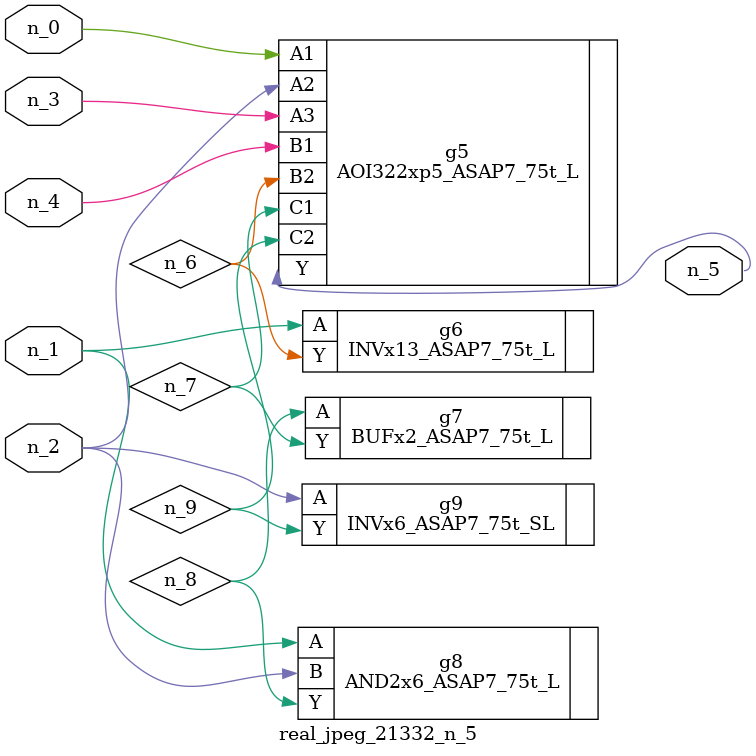
<source format=v>
module real_jpeg_21332_n_5 (n_4, n_0, n_1, n_2, n_3, n_5);

input n_4;
input n_0;
input n_1;
input n_2;
input n_3;

output n_5;

wire n_8;
wire n_6;
wire n_7;
wire n_9;

AOI322xp5_ASAP7_75t_L g5 ( 
.A1(n_0),
.A2(n_2),
.A3(n_3),
.B1(n_4),
.B2(n_6),
.C1(n_7),
.C2(n_9),
.Y(n_5)
);

INVx13_ASAP7_75t_L g6 ( 
.A(n_1),
.Y(n_6)
);

AND2x6_ASAP7_75t_L g8 ( 
.A(n_1),
.B(n_2),
.Y(n_8)
);

INVx6_ASAP7_75t_SL g9 ( 
.A(n_2),
.Y(n_9)
);

BUFx2_ASAP7_75t_L g7 ( 
.A(n_8),
.Y(n_7)
);


endmodule
</source>
